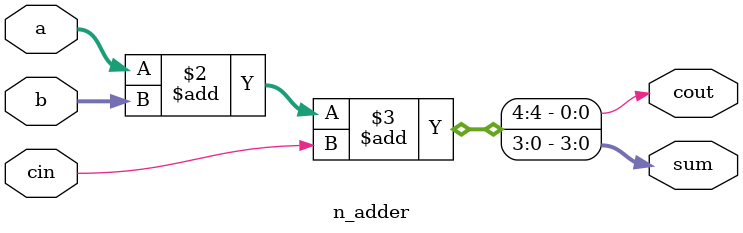
<source format=sv>
`timescale 1ns/1ps
module n_adder #(
  parameter int N = 4
)
  (
    input logic [N-1:0] a,
    input logic [N-1:0] b,
    input logic cin,
    output logic [N-1:0] sum,
    output logic cout
  );
  
  always_comb begin
    {cout,sum} = a + b + cin;
  end
endmodule

</source>
